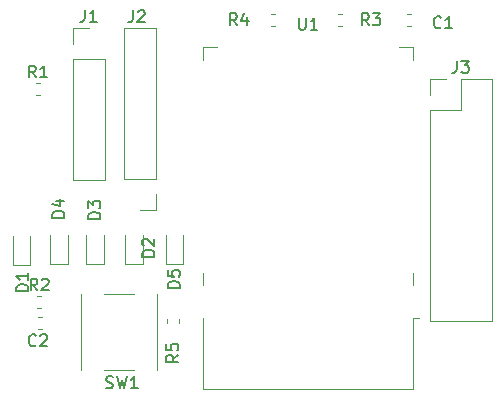
<source format=gbr>
G04 #@! TF.GenerationSoftware,KiCad,Pcbnew,(5.1.2)-2*
G04 #@! TF.CreationDate,2019-11-13T21:48:31+01:00*
G04 #@! TF.ProjectId,KernadouDomoRelayCPU,4b65726e-6164-46f7-9544-6f6d6f52656c,rev?*
G04 #@! TF.SameCoordinates,Original*
G04 #@! TF.FileFunction,Legend,Top*
G04 #@! TF.FilePolarity,Positive*
%FSLAX46Y46*%
G04 Gerber Fmt 4.6, Leading zero omitted, Abs format (unit mm)*
G04 Created by KiCad (PCBNEW (5.1.2)-2) date 2019-11-13 21:48:31*
%MOMM*%
%LPD*%
G04 APERTURE LIST*
%ADD10C,0.120000*%
%ADD11C,0.150000*%
G04 APERTURE END LIST*
D10*
X94936000Y-83372000D02*
X97596000Y-83372000D01*
X94936000Y-73152000D02*
X94936000Y-83372000D01*
X97596000Y-73152000D02*
X97596000Y-83372000D01*
X94936000Y-73152000D02*
X97596000Y-73152000D01*
X94936000Y-71882000D02*
X94936000Y-70552000D01*
X94936000Y-70552000D02*
X96266000Y-70552000D01*
X123678000Y-72144000D02*
X123678000Y-73264000D01*
X123678000Y-72144000D02*
X122528000Y-72144000D01*
X105938000Y-72144000D02*
X105938000Y-73264000D01*
X105938000Y-72144000D02*
X107088000Y-72144000D01*
X105938000Y-92314000D02*
X105938000Y-91274000D01*
X123678000Y-92314000D02*
X123678000Y-91274000D01*
X105938000Y-101084000D02*
X105938000Y-95104000D01*
X105938000Y-101084000D02*
X123678000Y-101084000D01*
X123678000Y-101084000D02*
X123678000Y-95104000D01*
X123678000Y-95104000D02*
X124178000Y-95104000D01*
X89816000Y-88114000D02*
X89816000Y-90574000D01*
X89816000Y-90574000D02*
X91286000Y-90574000D01*
X91286000Y-90574000D02*
X91286000Y-88114000D01*
X91776733Y-75182000D02*
X92119267Y-75182000D01*
X91776733Y-76202000D02*
X92119267Y-76202000D01*
X91889733Y-94236000D02*
X92232267Y-94236000D01*
X91889733Y-93216000D02*
X92232267Y-93216000D01*
X117317733Y-70360000D02*
X117660267Y-70360000D01*
X117317733Y-69340000D02*
X117660267Y-69340000D01*
X111701733Y-69340000D02*
X112044267Y-69340000D01*
X111701733Y-70360000D02*
X112044267Y-70360000D01*
X103888000Y-95191733D02*
X103888000Y-95534267D01*
X102868000Y-95191733D02*
X102868000Y-95534267D01*
X102036000Y-99496000D02*
X102006000Y-99496000D01*
X95576000Y-99496000D02*
X95606000Y-99496000D01*
X95576000Y-93036000D02*
X95606000Y-93036000D01*
X102006000Y-93036000D02*
X102036000Y-93036000D01*
X100106000Y-99496000D02*
X97506000Y-99496000D01*
X102036000Y-93036000D02*
X102036000Y-99496000D01*
X100106000Y-93036000D02*
X97506000Y-93036000D01*
X95576000Y-93036000D02*
X95576000Y-99496000D01*
X123502267Y-69340000D02*
X123159733Y-69340000D01*
X123502267Y-70360000D02*
X123159733Y-70360000D01*
X91917733Y-94994000D02*
X92260267Y-94994000D01*
X91917733Y-96014000D02*
X92260267Y-96014000D01*
X99341000Y-88100000D02*
X99341000Y-90560000D01*
X99341000Y-90560000D02*
X100811000Y-90560000D01*
X100811000Y-90560000D02*
X100811000Y-88100000D01*
X97509000Y-90546000D02*
X97509000Y-88086000D01*
X96039000Y-90546000D02*
X97509000Y-90546000D01*
X96039000Y-88086000D02*
X96039000Y-90546000D01*
X92991000Y-88100000D02*
X92991000Y-90560000D01*
X92991000Y-90560000D02*
X94461000Y-90560000D01*
X94461000Y-90560000D02*
X94461000Y-88100000D01*
X104240000Y-90546000D02*
X104240000Y-88086000D01*
X102770000Y-90546000D02*
X104240000Y-90546000D01*
X102770000Y-88086000D02*
X102770000Y-90546000D01*
X101914000Y-70552000D02*
X99254000Y-70552000D01*
X101914000Y-83312000D02*
X101914000Y-70552000D01*
X99254000Y-83312000D02*
X99254000Y-70552000D01*
X101914000Y-83312000D02*
X99254000Y-83312000D01*
X101914000Y-84582000D02*
X101914000Y-85912000D01*
X101914000Y-85912000D02*
X100584000Y-85912000D01*
X125162000Y-95310000D02*
X130362000Y-95310000D01*
X125162000Y-77470000D02*
X125162000Y-95310000D01*
X130362000Y-74870000D02*
X130362000Y-95310000D01*
X125162000Y-77470000D02*
X127762000Y-77470000D01*
X127762000Y-77470000D02*
X127762000Y-74870000D01*
X127762000Y-74870000D02*
X130362000Y-74870000D01*
X125162000Y-76200000D02*
X125162000Y-74870000D01*
X125162000Y-74870000D02*
X126492000Y-74870000D01*
D11*
X95932666Y-69004380D02*
X95932666Y-69718666D01*
X95885047Y-69861523D01*
X95789809Y-69956761D01*
X95646952Y-70004380D01*
X95551714Y-70004380D01*
X96932666Y-70004380D02*
X96361238Y-70004380D01*
X96646952Y-70004380D02*
X96646952Y-69004380D01*
X96551714Y-69147238D01*
X96456476Y-69242476D01*
X96361238Y-69290095D01*
X114046095Y-69666380D02*
X114046095Y-70475904D01*
X114093714Y-70571142D01*
X114141333Y-70618761D01*
X114236571Y-70666380D01*
X114427047Y-70666380D01*
X114522285Y-70618761D01*
X114569904Y-70571142D01*
X114617523Y-70475904D01*
X114617523Y-69666380D01*
X115617523Y-70666380D02*
X115046095Y-70666380D01*
X115331809Y-70666380D02*
X115331809Y-69666380D01*
X115236571Y-69809238D01*
X115141333Y-69904476D01*
X115046095Y-69952095D01*
X91130380Y-92813095D02*
X90130380Y-92813095D01*
X90130380Y-92575000D01*
X90178000Y-92432142D01*
X90273238Y-92336904D01*
X90368476Y-92289285D01*
X90558952Y-92241666D01*
X90701809Y-92241666D01*
X90892285Y-92289285D01*
X90987523Y-92336904D01*
X91082761Y-92432142D01*
X91130380Y-92575000D01*
X91130380Y-92813095D01*
X91130380Y-91289285D02*
X91130380Y-91860714D01*
X91130380Y-91575000D02*
X90130380Y-91575000D01*
X90273238Y-91670238D01*
X90368476Y-91765476D01*
X90416095Y-91860714D01*
X91781333Y-74714380D02*
X91448000Y-74238190D01*
X91209904Y-74714380D02*
X91209904Y-73714380D01*
X91590857Y-73714380D01*
X91686095Y-73762000D01*
X91733714Y-73809619D01*
X91781333Y-73904857D01*
X91781333Y-74047714D01*
X91733714Y-74142952D01*
X91686095Y-74190571D01*
X91590857Y-74238190D01*
X91209904Y-74238190D01*
X92733714Y-74714380D02*
X92162285Y-74714380D01*
X92448000Y-74714380D02*
X92448000Y-73714380D01*
X92352761Y-73857238D01*
X92257523Y-73952476D01*
X92162285Y-74000095D01*
X91894333Y-92748380D02*
X91561000Y-92272190D01*
X91322904Y-92748380D02*
X91322904Y-91748380D01*
X91703857Y-91748380D01*
X91799095Y-91796000D01*
X91846714Y-91843619D01*
X91894333Y-91938857D01*
X91894333Y-92081714D01*
X91846714Y-92176952D01*
X91799095Y-92224571D01*
X91703857Y-92272190D01*
X91322904Y-92272190D01*
X92275285Y-91843619D02*
X92322904Y-91796000D01*
X92418142Y-91748380D01*
X92656238Y-91748380D01*
X92751476Y-91796000D01*
X92799095Y-91843619D01*
X92846714Y-91938857D01*
X92846714Y-92034095D01*
X92799095Y-92176952D01*
X92227666Y-92748380D01*
X92846714Y-92748380D01*
X119975333Y-70302380D02*
X119642000Y-69826190D01*
X119403904Y-70302380D02*
X119403904Y-69302380D01*
X119784857Y-69302380D01*
X119880095Y-69350000D01*
X119927714Y-69397619D01*
X119975333Y-69492857D01*
X119975333Y-69635714D01*
X119927714Y-69730952D01*
X119880095Y-69778571D01*
X119784857Y-69826190D01*
X119403904Y-69826190D01*
X120308666Y-69302380D02*
X120927714Y-69302380D01*
X120594380Y-69683333D01*
X120737238Y-69683333D01*
X120832476Y-69730952D01*
X120880095Y-69778571D01*
X120927714Y-69873809D01*
X120927714Y-70111904D01*
X120880095Y-70207142D01*
X120832476Y-70254761D01*
X120737238Y-70302380D01*
X120451523Y-70302380D01*
X120356285Y-70254761D01*
X120308666Y-70207142D01*
X108799333Y-70302380D02*
X108466000Y-69826190D01*
X108227904Y-70302380D02*
X108227904Y-69302380D01*
X108608857Y-69302380D01*
X108704095Y-69350000D01*
X108751714Y-69397619D01*
X108799333Y-69492857D01*
X108799333Y-69635714D01*
X108751714Y-69730952D01*
X108704095Y-69778571D01*
X108608857Y-69826190D01*
X108227904Y-69826190D01*
X109656476Y-69635714D02*
X109656476Y-70302380D01*
X109418380Y-69254761D02*
X109180285Y-69969047D01*
X109799333Y-69969047D01*
X103830380Y-98210666D02*
X103354190Y-98544000D01*
X103830380Y-98782095D02*
X102830380Y-98782095D01*
X102830380Y-98401142D01*
X102878000Y-98305904D01*
X102925619Y-98258285D01*
X103020857Y-98210666D01*
X103163714Y-98210666D01*
X103258952Y-98258285D01*
X103306571Y-98305904D01*
X103354190Y-98401142D01*
X103354190Y-98782095D01*
X102830380Y-97305904D02*
X102830380Y-97782095D01*
X103306571Y-97829714D01*
X103258952Y-97782095D01*
X103211333Y-97686857D01*
X103211333Y-97448761D01*
X103258952Y-97353523D01*
X103306571Y-97305904D01*
X103401809Y-97258285D01*
X103639904Y-97258285D01*
X103735142Y-97305904D01*
X103782761Y-97353523D01*
X103830380Y-97448761D01*
X103830380Y-97686857D01*
X103782761Y-97782095D01*
X103735142Y-97829714D01*
X97726666Y-100988761D02*
X97869523Y-101036380D01*
X98107619Y-101036380D01*
X98202857Y-100988761D01*
X98250476Y-100941142D01*
X98298095Y-100845904D01*
X98298095Y-100750666D01*
X98250476Y-100655428D01*
X98202857Y-100607809D01*
X98107619Y-100560190D01*
X97917142Y-100512571D01*
X97821904Y-100464952D01*
X97774285Y-100417333D01*
X97726666Y-100322095D01*
X97726666Y-100226857D01*
X97774285Y-100131619D01*
X97821904Y-100084000D01*
X97917142Y-100036380D01*
X98155238Y-100036380D01*
X98298095Y-100084000D01*
X98631428Y-100036380D02*
X98869523Y-101036380D01*
X99060000Y-100322095D01*
X99250476Y-101036380D01*
X99488571Y-100036380D01*
X100393333Y-101036380D02*
X99821904Y-101036380D01*
X100107619Y-101036380D02*
X100107619Y-100036380D01*
X100012380Y-100179238D01*
X99917142Y-100274476D01*
X99821904Y-100322095D01*
X126071333Y-70461142D02*
X126023714Y-70508761D01*
X125880857Y-70556380D01*
X125785619Y-70556380D01*
X125642761Y-70508761D01*
X125547523Y-70413523D01*
X125499904Y-70318285D01*
X125452285Y-70127809D01*
X125452285Y-69984952D01*
X125499904Y-69794476D01*
X125547523Y-69699238D01*
X125642761Y-69604000D01*
X125785619Y-69556380D01*
X125880857Y-69556380D01*
X126023714Y-69604000D01*
X126071333Y-69651619D01*
X127023714Y-70556380D02*
X126452285Y-70556380D01*
X126738000Y-70556380D02*
X126738000Y-69556380D01*
X126642761Y-69699238D01*
X126547523Y-69794476D01*
X126452285Y-69842095D01*
X91781333Y-97385142D02*
X91733714Y-97432761D01*
X91590857Y-97480380D01*
X91495619Y-97480380D01*
X91352761Y-97432761D01*
X91257523Y-97337523D01*
X91209904Y-97242285D01*
X91162285Y-97051809D01*
X91162285Y-96908952D01*
X91209904Y-96718476D01*
X91257523Y-96623238D01*
X91352761Y-96528000D01*
X91495619Y-96480380D01*
X91590857Y-96480380D01*
X91733714Y-96528000D01*
X91781333Y-96575619D01*
X92162285Y-96575619D02*
X92209904Y-96528000D01*
X92305142Y-96480380D01*
X92543238Y-96480380D01*
X92638476Y-96528000D01*
X92686095Y-96575619D01*
X92733714Y-96670857D01*
X92733714Y-96766095D01*
X92686095Y-96908952D01*
X92114666Y-97480380D01*
X92733714Y-97480380D01*
X101798380Y-89892095D02*
X100798380Y-89892095D01*
X100798380Y-89654000D01*
X100846000Y-89511142D01*
X100941238Y-89415904D01*
X101036476Y-89368285D01*
X101226952Y-89320666D01*
X101369809Y-89320666D01*
X101560285Y-89368285D01*
X101655523Y-89415904D01*
X101750761Y-89511142D01*
X101798380Y-89654000D01*
X101798380Y-89892095D01*
X100893619Y-88939714D02*
X100846000Y-88892095D01*
X100798380Y-88796857D01*
X100798380Y-88558761D01*
X100846000Y-88463523D01*
X100893619Y-88415904D01*
X100988857Y-88368285D01*
X101084095Y-88368285D01*
X101226952Y-88415904D01*
X101798380Y-88987333D01*
X101798380Y-88368285D01*
X97226380Y-86689095D02*
X96226380Y-86689095D01*
X96226380Y-86451000D01*
X96274000Y-86308142D01*
X96369238Y-86212904D01*
X96464476Y-86165285D01*
X96654952Y-86117666D01*
X96797809Y-86117666D01*
X96988285Y-86165285D01*
X97083523Y-86212904D01*
X97178761Y-86308142D01*
X97226380Y-86451000D01*
X97226380Y-86689095D01*
X96226380Y-85784333D02*
X96226380Y-85165285D01*
X96607333Y-85498619D01*
X96607333Y-85355761D01*
X96654952Y-85260523D01*
X96702571Y-85212904D01*
X96797809Y-85165285D01*
X97035904Y-85165285D01*
X97131142Y-85212904D01*
X97178761Y-85260523D01*
X97226380Y-85355761D01*
X97226380Y-85641476D01*
X97178761Y-85736714D01*
X97131142Y-85784333D01*
X94178380Y-86590095D02*
X93178380Y-86590095D01*
X93178380Y-86352000D01*
X93226000Y-86209142D01*
X93321238Y-86113904D01*
X93416476Y-86066285D01*
X93606952Y-86018666D01*
X93749809Y-86018666D01*
X93940285Y-86066285D01*
X94035523Y-86113904D01*
X94130761Y-86209142D01*
X94178380Y-86352000D01*
X94178380Y-86590095D01*
X93511714Y-85161523D02*
X94178380Y-85161523D01*
X93130761Y-85399619D02*
X93845047Y-85637714D01*
X93845047Y-85018666D01*
X103957380Y-92545095D02*
X102957380Y-92545095D01*
X102957380Y-92307000D01*
X103005000Y-92164142D01*
X103100238Y-92068904D01*
X103195476Y-92021285D01*
X103385952Y-91973666D01*
X103528809Y-91973666D01*
X103719285Y-92021285D01*
X103814523Y-92068904D01*
X103909761Y-92164142D01*
X103957380Y-92307000D01*
X103957380Y-92545095D01*
X102957380Y-91068904D02*
X102957380Y-91545095D01*
X103433571Y-91592714D01*
X103385952Y-91545095D01*
X103338333Y-91449857D01*
X103338333Y-91211761D01*
X103385952Y-91116523D01*
X103433571Y-91068904D01*
X103528809Y-91021285D01*
X103766904Y-91021285D01*
X103862142Y-91068904D01*
X103909761Y-91116523D01*
X103957380Y-91211761D01*
X103957380Y-91449857D01*
X103909761Y-91545095D01*
X103862142Y-91592714D01*
X99996666Y-69048380D02*
X99996666Y-69762666D01*
X99949047Y-69905523D01*
X99853809Y-70000761D01*
X99710952Y-70048380D01*
X99615714Y-70048380D01*
X100425238Y-69143619D02*
X100472857Y-69096000D01*
X100568095Y-69048380D01*
X100806190Y-69048380D01*
X100901428Y-69096000D01*
X100949047Y-69143619D01*
X100996666Y-69238857D01*
X100996666Y-69334095D01*
X100949047Y-69476952D01*
X100377619Y-70048380D01*
X100996666Y-70048380D01*
X127428666Y-73322380D02*
X127428666Y-74036666D01*
X127381047Y-74179523D01*
X127285809Y-74274761D01*
X127142952Y-74322380D01*
X127047714Y-74322380D01*
X127809619Y-73322380D02*
X128428666Y-73322380D01*
X128095333Y-73703333D01*
X128238190Y-73703333D01*
X128333428Y-73750952D01*
X128381047Y-73798571D01*
X128428666Y-73893809D01*
X128428666Y-74131904D01*
X128381047Y-74227142D01*
X128333428Y-74274761D01*
X128238190Y-74322380D01*
X127952476Y-74322380D01*
X127857238Y-74274761D01*
X127809619Y-74227142D01*
M02*

</source>
